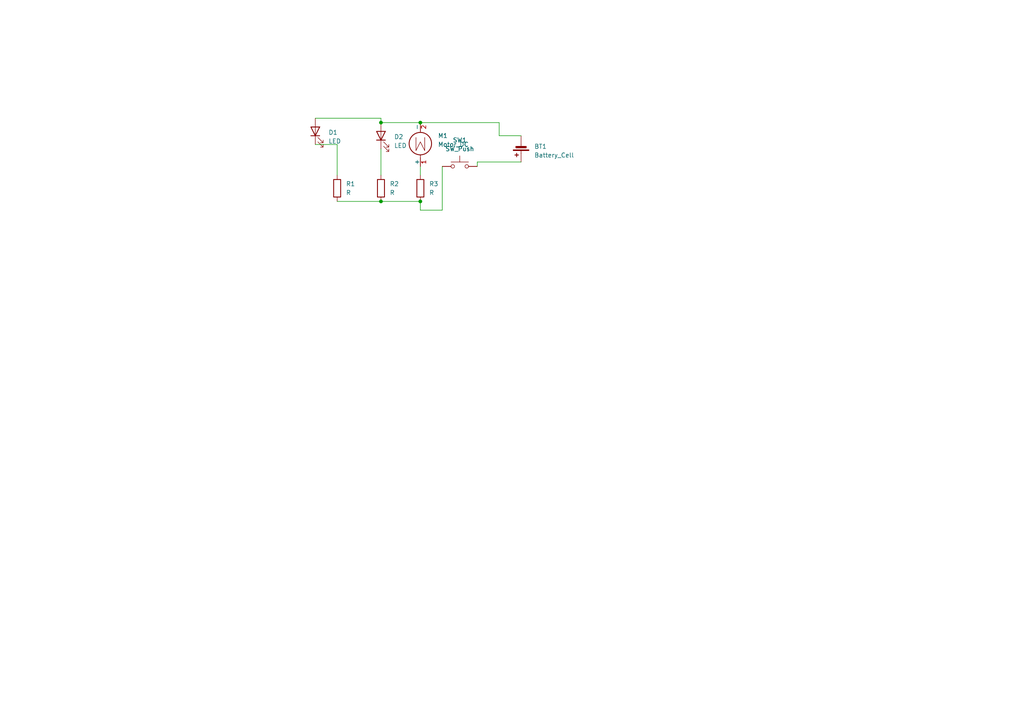
<source format=kicad_sch>
(kicad_sch (version 20250114) (generator "eeschema") (generator_version "9.0")
  (paper "A4")
  (lib_symbols
    (symbol "Device:Battery_Cell" (pin_numbers (hide yes)) (pin_names (offset 0) (hide yes))
      (property "Reference" "BT" (at 2.54 2.54 0))
      (property "Value" "Battery_Cell" (at 2.54 0 0))
      (symbol "Battery_Cell_0_1"
        (rectangle (start -2.286 1.778) (end 2.286 1.524) (fill (type outline)))
        (rectangle (start -1.524 1.016) (end 1.524 0.508) (fill (type outline)))
        (polyline (pts (xy 0 1.778) (xy 0 2.54)))
        (polyline (pts (xy 0 0.762) (xy 0 0)))
        (polyline (pts (xy 0.762 3.048) (xy 1.778 3.048)) (stroke (width 0.254)))
        (polyline (pts (xy 1.27 3.556) (xy 1.27 2.54)) (stroke (width 0.254)))
      )
      (symbol "Battery_Cell_1_1"
        (pin passive line (at 0 5.08 270) (length 2.54) (name "+") (number "1"))
        (pin passive line (at 0 -2.54 90) (length 2.54) (name "-") (number "2"))
      )
    )
    (symbol "Device:LED" (pin_numbers (hide yes)) (pin_names (offset 1.016) (hide yes))
      (property "Reference" "D" (at 0 2.54 0))
      (property "Value" "LED" (at 0 -2.54 0))
      (symbol "LED_0_1"
        (polyline (pts (xy -3.048 -0.762) (xy -4.572 -2.286) (xy -3.81 -2.286) (xy -4.572 -2.286) (xy -4.572 -1.524)))
        (polyline (pts (xy -1.778 -0.762) (xy -3.302 -2.286) (xy -2.54 -2.286) (xy -3.302 -2.286) (xy -3.302 -1.524)))
        (polyline (pts (xy -1.27 0) (xy 1.27 0)))
        (polyline (pts (xy -1.27 -1.27) (xy -1.27 1.27)) (stroke (width 0.254)))
        (polyline (pts (xy 1.27 -1.27) (xy 1.27 1.27) (xy -1.27 0) (xy 1.27 -1.27)) (stroke (width 0.254)))
      )
      (symbol "LED_1_1"
        (pin passive line (at -3.81 0 0) (length 2.54) (name "K") (number "1"))
        (pin passive line (at 3.81 0 180) (length 2.54) (name "A") (number "2"))
      )
    )
    (symbol "Device:R" (pin_numbers (hide yes)) (pin_names (offset 0))
      (property "Reference" "R" (at 2.032 0 90))
      (property "Value" "R" (at 0 0 90))
      (symbol "R_0_1"
        (rectangle (start -1.016 -2.54) (end 1.016 2.54) (stroke (width 0.254)))
      )
      (symbol "R_1_1"
        (pin passive line (at 0 3.81 270) (length 1.27) (name "~") (number "1"))
        (pin passive line (at 0 -3.81 90) (length 1.27) (name "~") (number "2"))
      )
    )
    (symbol "Motor:Motor_DC" (pin_names (offset 0))
      (property "Reference" "M" (at 2.54 2.54 0))
      (property "Value" "Motor_DC" (at 2.54 -5.08 0))
      (symbol "Motor_DC_0_0"
        (polyline (pts (xy -1.27 -3.302) (xy -1.27 0.508) (xy 0 -2.032) (xy 1.27 0.508) (xy 1.27 -3.302)))
      )
      (symbol "Motor_DC_0_1"
        (polyline (pts (xy 0 2.032) (xy 0 2.54)))
        (polyline (pts (xy 0 1.7272) (xy 0 2.0828)))
        (circle (center 0 -1.524) (radius 3.2512) (stroke (width 0.254)))
        (polyline (pts (xy 0 -4.7752) (xy 0 -5.1816)))
        (polyline (pts (xy 0 -7.62) (xy 0 -7.112)))
      )
      (symbol "Motor_DC_1_1"
        (pin passive line (at 0 5.08 270) (length 2.54) (name "+") (number "1"))
        (pin passive line (at 0 -7.62 90) (length 2.54) (name "-") (number "2"))
      )
    )
    (symbol "Switch:SW_Push" (pin_numbers (hide yes)) (pin_names (offset 1.016) (hide yes))
      (property "Reference" "SW" (at 1.27 2.54 0))
      (property "Value" "SW_Push" (at 0 -1.524 0))
      (symbol "SW_Push_0_1"
        (circle (center -2.032 0) (radius 0.508))
        (polyline (pts (xy 0 1.27) (xy 0 3.048)))
        (circle (center 2.032 0) (radius 0.508))
        (polyline (pts (xy 2.54 1.27) (xy -2.54 1.27)))
        (pin passive line (at -5.08 0 0) (length 2.54) (name "1") (number "1"))
        (pin passive line (at 5.08 0 180) (length 2.54) (name "2") (number "2"))
      )
    )
  )
  (junction (at 121.92 58.42))
  (junction (at 121.92 35.56))
  (junction (at 110.49 35.56))
  (junction (at 110.49 58.42))
  (wire (pts (xy 110.49 58.42) (xy 121.92 58.42)))
  (wire (pts (xy 144.78 35.56) (xy 144.78 39.37)))
  (wire (pts (xy 121.92 35.56) (xy 144.78 35.56)))
  (wire (pts (xy 121.92 60.96) (xy 121.92 58.42)))
  (wire (pts (xy 121.92 48.26) (xy 121.92 50.8)))
  (wire (pts (xy 144.78 39.37) (xy 151.13 39.37)))
  (wire (pts (xy 128.27 48.26) (xy 128.27 60.96)))
  (wire (pts (xy 110.49 43.18) (xy 110.49 50.8)))
  (wire (pts (xy 138.43 46.99) (xy 138.43 48.26)))
  (wire (pts (xy 138.43 46.99) (xy 151.13 46.99)))
  (wire (pts (xy 110.49 35.56) (xy 121.92 35.56)))
  (wire (pts (xy 110.49 34.29) (xy 110.49 35.56)))
  (wire (pts (xy 97.79 50.8) (xy 97.79 41.91)))
  (wire (pts (xy 91.44 34.29) (xy 110.49 34.29)))
  (wire (pts (xy 97.79 41.91) (xy 91.44 41.91)))
  (wire (pts (xy 128.27 60.96) (xy 121.92 60.96)))
  (wire (pts (xy 97.79 58.42) (xy 110.49 58.42)))
  (symbol (lib_id "Device:Battery_Cell") (at 151.13 41.91 180) (unit 1)
    (property "Reference" "BT1" (at 154.94 42.4814 0) (effects (justify right)))
    (property "Value" "Battery_Cell" (at 154.94 45.0214 0) (effects (justify right)))
    (property "Footprint" "Battery:BatteryHolder_Keystone_3034_1x20mm" (effects (hide yes)))
    (property "Description" "Single-cell battery" (effects (hide yes)))
  )
  (symbol (lib_id "Motor:Motor_DC") (at 121.92 43.18 180) (unit 1)
    (property "Reference" "M1" (at 127 39.3699 0) (effects (justify right)))
    (property "Value" "Motor_DC" (at 127 41.9099 0) (effects (justify right)))
    (property "Footprint" "Connector_PinHeader_2.54mm:PinHeader_1x02_P2.54mm_Vertical" (effects (hide yes)))
    (property "Description" "DC Motor" (effects (hide yes)))
  )
  (symbol (lib_id "Device:LED") (at 110.49 39.37 90) (unit 1)
    (property "Reference" "D2" (at 114.3 39.6874 90) (effects (justify right)))
    (property "Value" "LED" (at 114.3 42.2274 90) (effects (justify right)))
    (property "Footprint" "LED_THT:LED_D5.0mm" (effects (hide yes)))
    (property "Description" "Light emitting diode" (effects (hide yes)))
    (property "Sim.Pins" "1=K 2=A" (effects (hide yes)))
  )
  (symbol (lib_id "Switch:SW_Push") (at 133.35 48.26 0) (unit 1)
    (property "Reference" "SW1" (at 133.35 40.64 0))
    (property "Value" "SW_Push" (at 133.35 43.18 0))
    (property "Footprint" "Button_Switch_THT:SW_PUSH_6mm" (effects (hide yes)))
    (property "Description" "Push button switch, generic, two pins" (effects (hide yes)))
  )
  (symbol (lib_id "Device:R") (at 110.49 54.61 180) (unit 1)
    (property "Reference" "R2" (at 113.03 53.3399 0) (effects (justify right)))
    (property "Value" "R" (at 113.03 55.8799 0) (effects (justify right)))
    (property "Footprint" "Resistor_THT:R_Axial_DIN0207_L6.3mm_D2.5mm_P7.62mm_Horizontal" (effects (hide yes)))
    (property "Description" "Resistor" (effects (hide yes)))
  )
  (symbol (lib_id "Device:LED") (at 91.44 38.1 90) (unit 1)
    (property "Reference" "D1" (at 95.25 38.4174 90) (effects (justify right)))
    (property "Value" "LED" (at 95.25 40.9574 90) (effects (justify right)))
    (property "Footprint" "LED_THT:LED_D5.0mm" (effects (hide yes)))
    (property "Description" "Light emitting diode" (effects (hide yes)))
    (property "Sim.Pins" "1=K 2=A" (effects (hide yes)))
  )
  (symbol (lib_id "Device:R") (at 97.79 54.61 0) (unit 1)
    (property "Reference" "R1" (at 100.33 53.3399 0) (effects (justify left)))
    (property "Value" "R" (at 100.33 55.8799 0) (effects (justify left)))
    (property "Footprint" "Resistor_THT:R_Axial_DIN0207_L6.3mm_D2.5mm_P7.62mm_Horizontal" (effects (hide yes)))
    (property "Description" "Resistor" (effects (hide yes)))
  )
  (symbol (lib_id "Device:R") (at 121.92 54.61 180) (unit 1)
    (property "Reference" "R3" (at 124.46 53.3399 0) (effects (justify right)))
    (property "Value" "R" (at 124.46 55.8799 0) (effects (justify right)))
    (property "Footprint" "Resistor_THT:R_Axial_DIN0207_L6.3mm_D2.5mm_P7.62mm_Horizontal" (effects (hide yes)))
    (property "Description" "Resistor" (effects (hide yes)))
  )
)
</source>
